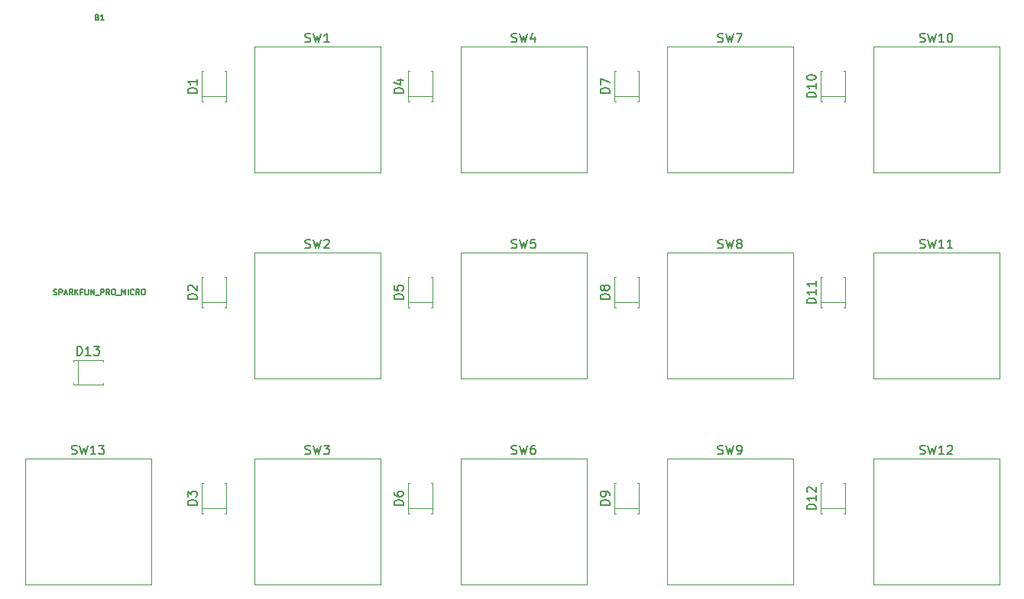
<source format=gbr>
G04 #@! TF.FileFunction,Legend,Top*
%FSLAX46Y46*%
G04 Gerber Fmt 4.6, Leading zero omitted, Abs format (unit mm)*
G04 Created by KiCad (PCBNEW 4.0.5+dfsg1-4) date Fri Jun 28 09:21:59 2019*
%MOMM*%
%LPD*%
G01*
G04 APERTURE LIST*
%ADD10C,0.100000*%
%ADD11C,0.120000*%
%ADD12C,0.150000*%
%ADD13C,0.127000*%
G04 APERTURE END LIST*
D10*
D11*
X53430000Y-46110000D02*
X53250000Y-46110000D01*
X53250000Y-46110000D02*
X53250000Y-42790000D01*
X53250000Y-42790000D02*
X53430000Y-42790000D01*
X55790000Y-46110000D02*
X55970000Y-46110000D01*
X55970000Y-46110000D02*
X55970000Y-42790000D01*
X55970000Y-42790000D02*
X55790000Y-42790000D01*
X53250000Y-45570000D02*
X55970000Y-45570000D01*
X53430000Y-68970000D02*
X53250000Y-68970000D01*
X53250000Y-68970000D02*
X53250000Y-65650000D01*
X53250000Y-65650000D02*
X53430000Y-65650000D01*
X55790000Y-68970000D02*
X55970000Y-68970000D01*
X55970000Y-68970000D02*
X55970000Y-65650000D01*
X55970000Y-65650000D02*
X55790000Y-65650000D01*
X53250000Y-68430000D02*
X55970000Y-68430000D01*
X53430000Y-91830000D02*
X53250000Y-91830000D01*
X53250000Y-91830000D02*
X53250000Y-88510000D01*
X53250000Y-88510000D02*
X53430000Y-88510000D01*
X55790000Y-91830000D02*
X55970000Y-91830000D01*
X55970000Y-91830000D02*
X55970000Y-88510000D01*
X55970000Y-88510000D02*
X55790000Y-88510000D01*
X53250000Y-91290000D02*
X55970000Y-91290000D01*
X76290000Y-46110000D02*
X76110000Y-46110000D01*
X76110000Y-46110000D02*
X76110000Y-42790000D01*
X76110000Y-42790000D02*
X76290000Y-42790000D01*
X78650000Y-46110000D02*
X78830000Y-46110000D01*
X78830000Y-46110000D02*
X78830000Y-42790000D01*
X78830000Y-42790000D02*
X78650000Y-42790000D01*
X76110000Y-45570000D02*
X78830000Y-45570000D01*
X76290000Y-68970000D02*
X76110000Y-68970000D01*
X76110000Y-68970000D02*
X76110000Y-65650000D01*
X76110000Y-65650000D02*
X76290000Y-65650000D01*
X78650000Y-68970000D02*
X78830000Y-68970000D01*
X78830000Y-68970000D02*
X78830000Y-65650000D01*
X78830000Y-65650000D02*
X78650000Y-65650000D01*
X76110000Y-68430000D02*
X78830000Y-68430000D01*
X76290000Y-91830000D02*
X76110000Y-91830000D01*
X76110000Y-91830000D02*
X76110000Y-88510000D01*
X76110000Y-88510000D02*
X76290000Y-88510000D01*
X78650000Y-91830000D02*
X78830000Y-91830000D01*
X78830000Y-91830000D02*
X78830000Y-88510000D01*
X78830000Y-88510000D02*
X78650000Y-88510000D01*
X76110000Y-91290000D02*
X78830000Y-91290000D01*
X99150000Y-46110000D02*
X98970000Y-46110000D01*
X98970000Y-46110000D02*
X98970000Y-42790000D01*
X98970000Y-42790000D02*
X99150000Y-42790000D01*
X101510000Y-46110000D02*
X101690000Y-46110000D01*
X101690000Y-46110000D02*
X101690000Y-42790000D01*
X101690000Y-42790000D02*
X101510000Y-42790000D01*
X98970000Y-45570000D02*
X101690000Y-45570000D01*
X99150000Y-68970000D02*
X98970000Y-68970000D01*
X98970000Y-68970000D02*
X98970000Y-65650000D01*
X98970000Y-65650000D02*
X99150000Y-65650000D01*
X101510000Y-68970000D02*
X101690000Y-68970000D01*
X101690000Y-68970000D02*
X101690000Y-65650000D01*
X101690000Y-65650000D02*
X101510000Y-65650000D01*
X98970000Y-68430000D02*
X101690000Y-68430000D01*
X99150000Y-91830000D02*
X98970000Y-91830000D01*
X98970000Y-91830000D02*
X98970000Y-88510000D01*
X98970000Y-88510000D02*
X99150000Y-88510000D01*
X101510000Y-91830000D02*
X101690000Y-91830000D01*
X101690000Y-91830000D02*
X101690000Y-88510000D01*
X101690000Y-88510000D02*
X101510000Y-88510000D01*
X98970000Y-91290000D02*
X101690000Y-91290000D01*
X122010000Y-46110000D02*
X121830000Y-46110000D01*
X121830000Y-46110000D02*
X121830000Y-42790000D01*
X121830000Y-42790000D02*
X122010000Y-42790000D01*
X124370000Y-46110000D02*
X124550000Y-46110000D01*
X124550000Y-46110000D02*
X124550000Y-42790000D01*
X124550000Y-42790000D02*
X124370000Y-42790000D01*
X121830000Y-45570000D02*
X124550000Y-45570000D01*
X122010000Y-68970000D02*
X121830000Y-68970000D01*
X121830000Y-68970000D02*
X121830000Y-65650000D01*
X121830000Y-65650000D02*
X122010000Y-65650000D01*
X124370000Y-68970000D02*
X124550000Y-68970000D01*
X124550000Y-68970000D02*
X124550000Y-65650000D01*
X124550000Y-65650000D02*
X124370000Y-65650000D01*
X121830000Y-68430000D02*
X124550000Y-68430000D01*
X122010000Y-91830000D02*
X121830000Y-91830000D01*
X121830000Y-91830000D02*
X121830000Y-88510000D01*
X121830000Y-88510000D02*
X122010000Y-88510000D01*
X124370000Y-91830000D02*
X124550000Y-91830000D01*
X124550000Y-91830000D02*
X124550000Y-88510000D01*
X124550000Y-88510000D02*
X124370000Y-88510000D01*
X121830000Y-91290000D02*
X124550000Y-91290000D01*
X38980000Y-75020000D02*
X38980000Y-74840000D01*
X38980000Y-74840000D02*
X42300000Y-74840000D01*
X42300000Y-74840000D02*
X42300000Y-75020000D01*
X38980000Y-77380000D02*
X38980000Y-77560000D01*
X38980000Y-77560000D02*
X42300000Y-77560000D01*
X42300000Y-77560000D02*
X42300000Y-77380000D01*
X39520000Y-74840000D02*
X39520000Y-77560000D01*
X59055000Y-40005000D02*
X73025000Y-40005000D01*
X73025000Y-40005000D02*
X73025000Y-53975000D01*
X73025000Y-53975000D02*
X59055000Y-53975000D01*
X59055000Y-53975000D02*
X59055000Y-40005000D01*
X59055000Y-62865000D02*
X73025000Y-62865000D01*
X73025000Y-62865000D02*
X73025000Y-76835000D01*
X73025000Y-76835000D02*
X59055000Y-76835000D01*
X59055000Y-76835000D02*
X59055000Y-62865000D01*
X59055000Y-85725000D02*
X73025000Y-85725000D01*
X73025000Y-85725000D02*
X73025000Y-99695000D01*
X73025000Y-99695000D02*
X59055000Y-99695000D01*
X59055000Y-99695000D02*
X59055000Y-85725000D01*
X81915000Y-40005000D02*
X95885000Y-40005000D01*
X95885000Y-40005000D02*
X95885000Y-53975000D01*
X95885000Y-53975000D02*
X81915000Y-53975000D01*
X81915000Y-53975000D02*
X81915000Y-40005000D01*
X81915000Y-62865000D02*
X95885000Y-62865000D01*
X95885000Y-62865000D02*
X95885000Y-76835000D01*
X95885000Y-76835000D02*
X81915000Y-76835000D01*
X81915000Y-76835000D02*
X81915000Y-62865000D01*
X81915000Y-85725000D02*
X95885000Y-85725000D01*
X95885000Y-85725000D02*
X95885000Y-99695000D01*
X95885000Y-99695000D02*
X81915000Y-99695000D01*
X81915000Y-99695000D02*
X81915000Y-85725000D01*
X104775000Y-40005000D02*
X118745000Y-40005000D01*
X118745000Y-40005000D02*
X118745000Y-53975000D01*
X118745000Y-53975000D02*
X104775000Y-53975000D01*
X104775000Y-53975000D02*
X104775000Y-40005000D01*
X104775000Y-62865000D02*
X118745000Y-62865000D01*
X118745000Y-62865000D02*
X118745000Y-76835000D01*
X118745000Y-76835000D02*
X104775000Y-76835000D01*
X104775000Y-76835000D02*
X104775000Y-62865000D01*
X104775000Y-85725000D02*
X118745000Y-85725000D01*
X118745000Y-85725000D02*
X118745000Y-99695000D01*
X118745000Y-99695000D02*
X104775000Y-99695000D01*
X104775000Y-99695000D02*
X104775000Y-85725000D01*
X127635000Y-40005000D02*
X141605000Y-40005000D01*
X141605000Y-40005000D02*
X141605000Y-53975000D01*
X141605000Y-53975000D02*
X127635000Y-53975000D01*
X127635000Y-53975000D02*
X127635000Y-40005000D01*
X127635000Y-62865000D02*
X141605000Y-62865000D01*
X141605000Y-62865000D02*
X141605000Y-76835000D01*
X141605000Y-76835000D02*
X127635000Y-76835000D01*
X127635000Y-76835000D02*
X127635000Y-62865000D01*
X127635000Y-85725000D02*
X141605000Y-85725000D01*
X141605000Y-85725000D02*
X141605000Y-99695000D01*
X141605000Y-99695000D02*
X127635000Y-99695000D01*
X127635000Y-99695000D02*
X127635000Y-85725000D01*
X33655000Y-85725000D02*
X47625000Y-85725000D01*
X47625000Y-85725000D02*
X47625000Y-99695000D01*
X47625000Y-99695000D02*
X33655000Y-99695000D01*
X33655000Y-99695000D02*
X33655000Y-85725000D01*
D12*
X52702381Y-45188095D02*
X51702381Y-45188095D01*
X51702381Y-44950000D01*
X51750000Y-44807142D01*
X51845238Y-44711904D01*
X51940476Y-44664285D01*
X52130952Y-44616666D01*
X52273810Y-44616666D01*
X52464286Y-44664285D01*
X52559524Y-44711904D01*
X52654762Y-44807142D01*
X52702381Y-44950000D01*
X52702381Y-45188095D01*
X52702381Y-43664285D02*
X52702381Y-44235714D01*
X52702381Y-43950000D02*
X51702381Y-43950000D01*
X51845238Y-44045238D01*
X51940476Y-44140476D01*
X51988095Y-44235714D01*
X52702381Y-68048095D02*
X51702381Y-68048095D01*
X51702381Y-67810000D01*
X51750000Y-67667142D01*
X51845238Y-67571904D01*
X51940476Y-67524285D01*
X52130952Y-67476666D01*
X52273810Y-67476666D01*
X52464286Y-67524285D01*
X52559524Y-67571904D01*
X52654762Y-67667142D01*
X52702381Y-67810000D01*
X52702381Y-68048095D01*
X51797619Y-67095714D02*
X51750000Y-67048095D01*
X51702381Y-66952857D01*
X51702381Y-66714761D01*
X51750000Y-66619523D01*
X51797619Y-66571904D01*
X51892857Y-66524285D01*
X51988095Y-66524285D01*
X52130952Y-66571904D01*
X52702381Y-67143333D01*
X52702381Y-66524285D01*
X52702381Y-90908095D02*
X51702381Y-90908095D01*
X51702381Y-90670000D01*
X51750000Y-90527142D01*
X51845238Y-90431904D01*
X51940476Y-90384285D01*
X52130952Y-90336666D01*
X52273810Y-90336666D01*
X52464286Y-90384285D01*
X52559524Y-90431904D01*
X52654762Y-90527142D01*
X52702381Y-90670000D01*
X52702381Y-90908095D01*
X51702381Y-90003333D02*
X51702381Y-89384285D01*
X52083333Y-89717619D01*
X52083333Y-89574761D01*
X52130952Y-89479523D01*
X52178571Y-89431904D01*
X52273810Y-89384285D01*
X52511905Y-89384285D01*
X52607143Y-89431904D01*
X52654762Y-89479523D01*
X52702381Y-89574761D01*
X52702381Y-89860476D01*
X52654762Y-89955714D01*
X52607143Y-90003333D01*
X75562381Y-45188095D02*
X74562381Y-45188095D01*
X74562381Y-44950000D01*
X74610000Y-44807142D01*
X74705238Y-44711904D01*
X74800476Y-44664285D01*
X74990952Y-44616666D01*
X75133810Y-44616666D01*
X75324286Y-44664285D01*
X75419524Y-44711904D01*
X75514762Y-44807142D01*
X75562381Y-44950000D01*
X75562381Y-45188095D01*
X74895714Y-43759523D02*
X75562381Y-43759523D01*
X74514762Y-43997619D02*
X75229048Y-44235714D01*
X75229048Y-43616666D01*
X75562381Y-68048095D02*
X74562381Y-68048095D01*
X74562381Y-67810000D01*
X74610000Y-67667142D01*
X74705238Y-67571904D01*
X74800476Y-67524285D01*
X74990952Y-67476666D01*
X75133810Y-67476666D01*
X75324286Y-67524285D01*
X75419524Y-67571904D01*
X75514762Y-67667142D01*
X75562381Y-67810000D01*
X75562381Y-68048095D01*
X74562381Y-66571904D02*
X74562381Y-67048095D01*
X75038571Y-67095714D01*
X74990952Y-67048095D01*
X74943333Y-66952857D01*
X74943333Y-66714761D01*
X74990952Y-66619523D01*
X75038571Y-66571904D01*
X75133810Y-66524285D01*
X75371905Y-66524285D01*
X75467143Y-66571904D01*
X75514762Y-66619523D01*
X75562381Y-66714761D01*
X75562381Y-66952857D01*
X75514762Y-67048095D01*
X75467143Y-67095714D01*
X75562381Y-90908095D02*
X74562381Y-90908095D01*
X74562381Y-90670000D01*
X74610000Y-90527142D01*
X74705238Y-90431904D01*
X74800476Y-90384285D01*
X74990952Y-90336666D01*
X75133810Y-90336666D01*
X75324286Y-90384285D01*
X75419524Y-90431904D01*
X75514762Y-90527142D01*
X75562381Y-90670000D01*
X75562381Y-90908095D01*
X74562381Y-89479523D02*
X74562381Y-89670000D01*
X74610000Y-89765238D01*
X74657619Y-89812857D01*
X74800476Y-89908095D01*
X74990952Y-89955714D01*
X75371905Y-89955714D01*
X75467143Y-89908095D01*
X75514762Y-89860476D01*
X75562381Y-89765238D01*
X75562381Y-89574761D01*
X75514762Y-89479523D01*
X75467143Y-89431904D01*
X75371905Y-89384285D01*
X75133810Y-89384285D01*
X75038571Y-89431904D01*
X74990952Y-89479523D01*
X74943333Y-89574761D01*
X74943333Y-89765238D01*
X74990952Y-89860476D01*
X75038571Y-89908095D01*
X75133810Y-89955714D01*
X98422381Y-45188095D02*
X97422381Y-45188095D01*
X97422381Y-44950000D01*
X97470000Y-44807142D01*
X97565238Y-44711904D01*
X97660476Y-44664285D01*
X97850952Y-44616666D01*
X97993810Y-44616666D01*
X98184286Y-44664285D01*
X98279524Y-44711904D01*
X98374762Y-44807142D01*
X98422381Y-44950000D01*
X98422381Y-45188095D01*
X97422381Y-44283333D02*
X97422381Y-43616666D01*
X98422381Y-44045238D01*
X98422381Y-68048095D02*
X97422381Y-68048095D01*
X97422381Y-67810000D01*
X97470000Y-67667142D01*
X97565238Y-67571904D01*
X97660476Y-67524285D01*
X97850952Y-67476666D01*
X97993810Y-67476666D01*
X98184286Y-67524285D01*
X98279524Y-67571904D01*
X98374762Y-67667142D01*
X98422381Y-67810000D01*
X98422381Y-68048095D01*
X97850952Y-66905238D02*
X97803333Y-67000476D01*
X97755714Y-67048095D01*
X97660476Y-67095714D01*
X97612857Y-67095714D01*
X97517619Y-67048095D01*
X97470000Y-67000476D01*
X97422381Y-66905238D01*
X97422381Y-66714761D01*
X97470000Y-66619523D01*
X97517619Y-66571904D01*
X97612857Y-66524285D01*
X97660476Y-66524285D01*
X97755714Y-66571904D01*
X97803333Y-66619523D01*
X97850952Y-66714761D01*
X97850952Y-66905238D01*
X97898571Y-67000476D01*
X97946190Y-67048095D01*
X98041429Y-67095714D01*
X98231905Y-67095714D01*
X98327143Y-67048095D01*
X98374762Y-67000476D01*
X98422381Y-66905238D01*
X98422381Y-66714761D01*
X98374762Y-66619523D01*
X98327143Y-66571904D01*
X98231905Y-66524285D01*
X98041429Y-66524285D01*
X97946190Y-66571904D01*
X97898571Y-66619523D01*
X97850952Y-66714761D01*
X98422381Y-90908095D02*
X97422381Y-90908095D01*
X97422381Y-90670000D01*
X97470000Y-90527142D01*
X97565238Y-90431904D01*
X97660476Y-90384285D01*
X97850952Y-90336666D01*
X97993810Y-90336666D01*
X98184286Y-90384285D01*
X98279524Y-90431904D01*
X98374762Y-90527142D01*
X98422381Y-90670000D01*
X98422381Y-90908095D01*
X98422381Y-89860476D02*
X98422381Y-89670000D01*
X98374762Y-89574761D01*
X98327143Y-89527142D01*
X98184286Y-89431904D01*
X97993810Y-89384285D01*
X97612857Y-89384285D01*
X97517619Y-89431904D01*
X97470000Y-89479523D01*
X97422381Y-89574761D01*
X97422381Y-89765238D01*
X97470000Y-89860476D01*
X97517619Y-89908095D01*
X97612857Y-89955714D01*
X97850952Y-89955714D01*
X97946190Y-89908095D01*
X97993810Y-89860476D01*
X98041429Y-89765238D01*
X98041429Y-89574761D01*
X97993810Y-89479523D01*
X97946190Y-89431904D01*
X97850952Y-89384285D01*
X121282381Y-45664286D02*
X120282381Y-45664286D01*
X120282381Y-45426191D01*
X120330000Y-45283333D01*
X120425238Y-45188095D01*
X120520476Y-45140476D01*
X120710952Y-45092857D01*
X120853810Y-45092857D01*
X121044286Y-45140476D01*
X121139524Y-45188095D01*
X121234762Y-45283333D01*
X121282381Y-45426191D01*
X121282381Y-45664286D01*
X121282381Y-44140476D02*
X121282381Y-44711905D01*
X121282381Y-44426191D02*
X120282381Y-44426191D01*
X120425238Y-44521429D01*
X120520476Y-44616667D01*
X120568095Y-44711905D01*
X120282381Y-43521429D02*
X120282381Y-43426190D01*
X120330000Y-43330952D01*
X120377619Y-43283333D01*
X120472857Y-43235714D01*
X120663333Y-43188095D01*
X120901429Y-43188095D01*
X121091905Y-43235714D01*
X121187143Y-43283333D01*
X121234762Y-43330952D01*
X121282381Y-43426190D01*
X121282381Y-43521429D01*
X121234762Y-43616667D01*
X121187143Y-43664286D01*
X121091905Y-43711905D01*
X120901429Y-43759524D01*
X120663333Y-43759524D01*
X120472857Y-43711905D01*
X120377619Y-43664286D01*
X120330000Y-43616667D01*
X120282381Y-43521429D01*
X121282381Y-68524286D02*
X120282381Y-68524286D01*
X120282381Y-68286191D01*
X120330000Y-68143333D01*
X120425238Y-68048095D01*
X120520476Y-68000476D01*
X120710952Y-67952857D01*
X120853810Y-67952857D01*
X121044286Y-68000476D01*
X121139524Y-68048095D01*
X121234762Y-68143333D01*
X121282381Y-68286191D01*
X121282381Y-68524286D01*
X121282381Y-67000476D02*
X121282381Y-67571905D01*
X121282381Y-67286191D02*
X120282381Y-67286191D01*
X120425238Y-67381429D01*
X120520476Y-67476667D01*
X120568095Y-67571905D01*
X121282381Y-66048095D02*
X121282381Y-66619524D01*
X121282381Y-66333810D02*
X120282381Y-66333810D01*
X120425238Y-66429048D01*
X120520476Y-66524286D01*
X120568095Y-66619524D01*
X121282381Y-91384286D02*
X120282381Y-91384286D01*
X120282381Y-91146191D01*
X120330000Y-91003333D01*
X120425238Y-90908095D01*
X120520476Y-90860476D01*
X120710952Y-90812857D01*
X120853810Y-90812857D01*
X121044286Y-90860476D01*
X121139524Y-90908095D01*
X121234762Y-91003333D01*
X121282381Y-91146191D01*
X121282381Y-91384286D01*
X121282381Y-89860476D02*
X121282381Y-90431905D01*
X121282381Y-90146191D02*
X120282381Y-90146191D01*
X120425238Y-90241429D01*
X120520476Y-90336667D01*
X120568095Y-90431905D01*
X120377619Y-89479524D02*
X120330000Y-89431905D01*
X120282381Y-89336667D01*
X120282381Y-89098571D01*
X120330000Y-89003333D01*
X120377619Y-88955714D01*
X120472857Y-88908095D01*
X120568095Y-88908095D01*
X120710952Y-88955714D01*
X121282381Y-89527143D01*
X121282381Y-88908095D01*
X39425714Y-74292381D02*
X39425714Y-73292381D01*
X39663809Y-73292381D01*
X39806667Y-73340000D01*
X39901905Y-73435238D01*
X39949524Y-73530476D01*
X39997143Y-73720952D01*
X39997143Y-73863810D01*
X39949524Y-74054286D01*
X39901905Y-74149524D01*
X39806667Y-74244762D01*
X39663809Y-74292381D01*
X39425714Y-74292381D01*
X40949524Y-74292381D02*
X40378095Y-74292381D01*
X40663809Y-74292381D02*
X40663809Y-73292381D01*
X40568571Y-73435238D01*
X40473333Y-73530476D01*
X40378095Y-73578095D01*
X41282857Y-73292381D02*
X41901905Y-73292381D01*
X41568571Y-73673333D01*
X41711429Y-73673333D01*
X41806667Y-73720952D01*
X41854286Y-73768571D01*
X41901905Y-73863810D01*
X41901905Y-74101905D01*
X41854286Y-74197143D01*
X41806667Y-74244762D01*
X41711429Y-74292381D01*
X41425714Y-74292381D01*
X41330476Y-74244762D01*
X41282857Y-74197143D01*
X64706667Y-39520762D02*
X64849524Y-39568381D01*
X65087620Y-39568381D01*
X65182858Y-39520762D01*
X65230477Y-39473143D01*
X65278096Y-39377905D01*
X65278096Y-39282667D01*
X65230477Y-39187429D01*
X65182858Y-39139810D01*
X65087620Y-39092190D01*
X64897143Y-39044571D01*
X64801905Y-38996952D01*
X64754286Y-38949333D01*
X64706667Y-38854095D01*
X64706667Y-38758857D01*
X64754286Y-38663619D01*
X64801905Y-38616000D01*
X64897143Y-38568381D01*
X65135239Y-38568381D01*
X65278096Y-38616000D01*
X65611429Y-38568381D02*
X65849524Y-39568381D01*
X66040001Y-38854095D01*
X66230477Y-39568381D01*
X66468572Y-38568381D01*
X67373334Y-39568381D02*
X66801905Y-39568381D01*
X67087619Y-39568381D02*
X67087619Y-38568381D01*
X66992381Y-38711238D01*
X66897143Y-38806476D01*
X66801905Y-38854095D01*
X64706667Y-62380762D02*
X64849524Y-62428381D01*
X65087620Y-62428381D01*
X65182858Y-62380762D01*
X65230477Y-62333143D01*
X65278096Y-62237905D01*
X65278096Y-62142667D01*
X65230477Y-62047429D01*
X65182858Y-61999810D01*
X65087620Y-61952190D01*
X64897143Y-61904571D01*
X64801905Y-61856952D01*
X64754286Y-61809333D01*
X64706667Y-61714095D01*
X64706667Y-61618857D01*
X64754286Y-61523619D01*
X64801905Y-61476000D01*
X64897143Y-61428381D01*
X65135239Y-61428381D01*
X65278096Y-61476000D01*
X65611429Y-61428381D02*
X65849524Y-62428381D01*
X66040001Y-61714095D01*
X66230477Y-62428381D01*
X66468572Y-61428381D01*
X66801905Y-61523619D02*
X66849524Y-61476000D01*
X66944762Y-61428381D01*
X67182858Y-61428381D01*
X67278096Y-61476000D01*
X67325715Y-61523619D01*
X67373334Y-61618857D01*
X67373334Y-61714095D01*
X67325715Y-61856952D01*
X66754286Y-62428381D01*
X67373334Y-62428381D01*
X64706667Y-85240762D02*
X64849524Y-85288381D01*
X65087620Y-85288381D01*
X65182858Y-85240762D01*
X65230477Y-85193143D01*
X65278096Y-85097905D01*
X65278096Y-85002667D01*
X65230477Y-84907429D01*
X65182858Y-84859810D01*
X65087620Y-84812190D01*
X64897143Y-84764571D01*
X64801905Y-84716952D01*
X64754286Y-84669333D01*
X64706667Y-84574095D01*
X64706667Y-84478857D01*
X64754286Y-84383619D01*
X64801905Y-84336000D01*
X64897143Y-84288381D01*
X65135239Y-84288381D01*
X65278096Y-84336000D01*
X65611429Y-84288381D02*
X65849524Y-85288381D01*
X66040001Y-84574095D01*
X66230477Y-85288381D01*
X66468572Y-84288381D01*
X66754286Y-84288381D02*
X67373334Y-84288381D01*
X67040000Y-84669333D01*
X67182858Y-84669333D01*
X67278096Y-84716952D01*
X67325715Y-84764571D01*
X67373334Y-84859810D01*
X67373334Y-85097905D01*
X67325715Y-85193143D01*
X67278096Y-85240762D01*
X67182858Y-85288381D01*
X66897143Y-85288381D01*
X66801905Y-85240762D01*
X66754286Y-85193143D01*
X87566667Y-39520762D02*
X87709524Y-39568381D01*
X87947620Y-39568381D01*
X88042858Y-39520762D01*
X88090477Y-39473143D01*
X88138096Y-39377905D01*
X88138096Y-39282667D01*
X88090477Y-39187429D01*
X88042858Y-39139810D01*
X87947620Y-39092190D01*
X87757143Y-39044571D01*
X87661905Y-38996952D01*
X87614286Y-38949333D01*
X87566667Y-38854095D01*
X87566667Y-38758857D01*
X87614286Y-38663619D01*
X87661905Y-38616000D01*
X87757143Y-38568381D01*
X87995239Y-38568381D01*
X88138096Y-38616000D01*
X88471429Y-38568381D02*
X88709524Y-39568381D01*
X88900001Y-38854095D01*
X89090477Y-39568381D01*
X89328572Y-38568381D01*
X90138096Y-38901714D02*
X90138096Y-39568381D01*
X89900000Y-38520762D02*
X89661905Y-39235048D01*
X90280953Y-39235048D01*
X87566667Y-62380762D02*
X87709524Y-62428381D01*
X87947620Y-62428381D01*
X88042858Y-62380762D01*
X88090477Y-62333143D01*
X88138096Y-62237905D01*
X88138096Y-62142667D01*
X88090477Y-62047429D01*
X88042858Y-61999810D01*
X87947620Y-61952190D01*
X87757143Y-61904571D01*
X87661905Y-61856952D01*
X87614286Y-61809333D01*
X87566667Y-61714095D01*
X87566667Y-61618857D01*
X87614286Y-61523619D01*
X87661905Y-61476000D01*
X87757143Y-61428381D01*
X87995239Y-61428381D01*
X88138096Y-61476000D01*
X88471429Y-61428381D02*
X88709524Y-62428381D01*
X88900001Y-61714095D01*
X89090477Y-62428381D01*
X89328572Y-61428381D01*
X90185715Y-61428381D02*
X89709524Y-61428381D01*
X89661905Y-61904571D01*
X89709524Y-61856952D01*
X89804762Y-61809333D01*
X90042858Y-61809333D01*
X90138096Y-61856952D01*
X90185715Y-61904571D01*
X90233334Y-61999810D01*
X90233334Y-62237905D01*
X90185715Y-62333143D01*
X90138096Y-62380762D01*
X90042858Y-62428381D01*
X89804762Y-62428381D01*
X89709524Y-62380762D01*
X89661905Y-62333143D01*
X87566667Y-85240762D02*
X87709524Y-85288381D01*
X87947620Y-85288381D01*
X88042858Y-85240762D01*
X88090477Y-85193143D01*
X88138096Y-85097905D01*
X88138096Y-85002667D01*
X88090477Y-84907429D01*
X88042858Y-84859810D01*
X87947620Y-84812190D01*
X87757143Y-84764571D01*
X87661905Y-84716952D01*
X87614286Y-84669333D01*
X87566667Y-84574095D01*
X87566667Y-84478857D01*
X87614286Y-84383619D01*
X87661905Y-84336000D01*
X87757143Y-84288381D01*
X87995239Y-84288381D01*
X88138096Y-84336000D01*
X88471429Y-84288381D02*
X88709524Y-85288381D01*
X88900001Y-84574095D01*
X89090477Y-85288381D01*
X89328572Y-84288381D01*
X90138096Y-84288381D02*
X89947619Y-84288381D01*
X89852381Y-84336000D01*
X89804762Y-84383619D01*
X89709524Y-84526476D01*
X89661905Y-84716952D01*
X89661905Y-85097905D01*
X89709524Y-85193143D01*
X89757143Y-85240762D01*
X89852381Y-85288381D01*
X90042858Y-85288381D01*
X90138096Y-85240762D01*
X90185715Y-85193143D01*
X90233334Y-85097905D01*
X90233334Y-84859810D01*
X90185715Y-84764571D01*
X90138096Y-84716952D01*
X90042858Y-84669333D01*
X89852381Y-84669333D01*
X89757143Y-84716952D01*
X89709524Y-84764571D01*
X89661905Y-84859810D01*
X110426667Y-39520762D02*
X110569524Y-39568381D01*
X110807620Y-39568381D01*
X110902858Y-39520762D01*
X110950477Y-39473143D01*
X110998096Y-39377905D01*
X110998096Y-39282667D01*
X110950477Y-39187429D01*
X110902858Y-39139810D01*
X110807620Y-39092190D01*
X110617143Y-39044571D01*
X110521905Y-38996952D01*
X110474286Y-38949333D01*
X110426667Y-38854095D01*
X110426667Y-38758857D01*
X110474286Y-38663619D01*
X110521905Y-38616000D01*
X110617143Y-38568381D01*
X110855239Y-38568381D01*
X110998096Y-38616000D01*
X111331429Y-38568381D02*
X111569524Y-39568381D01*
X111760001Y-38854095D01*
X111950477Y-39568381D01*
X112188572Y-38568381D01*
X112474286Y-38568381D02*
X113140953Y-38568381D01*
X112712381Y-39568381D01*
X110426667Y-62380762D02*
X110569524Y-62428381D01*
X110807620Y-62428381D01*
X110902858Y-62380762D01*
X110950477Y-62333143D01*
X110998096Y-62237905D01*
X110998096Y-62142667D01*
X110950477Y-62047429D01*
X110902858Y-61999810D01*
X110807620Y-61952190D01*
X110617143Y-61904571D01*
X110521905Y-61856952D01*
X110474286Y-61809333D01*
X110426667Y-61714095D01*
X110426667Y-61618857D01*
X110474286Y-61523619D01*
X110521905Y-61476000D01*
X110617143Y-61428381D01*
X110855239Y-61428381D01*
X110998096Y-61476000D01*
X111331429Y-61428381D02*
X111569524Y-62428381D01*
X111760001Y-61714095D01*
X111950477Y-62428381D01*
X112188572Y-61428381D01*
X112712381Y-61856952D02*
X112617143Y-61809333D01*
X112569524Y-61761714D01*
X112521905Y-61666476D01*
X112521905Y-61618857D01*
X112569524Y-61523619D01*
X112617143Y-61476000D01*
X112712381Y-61428381D01*
X112902858Y-61428381D01*
X112998096Y-61476000D01*
X113045715Y-61523619D01*
X113093334Y-61618857D01*
X113093334Y-61666476D01*
X113045715Y-61761714D01*
X112998096Y-61809333D01*
X112902858Y-61856952D01*
X112712381Y-61856952D01*
X112617143Y-61904571D01*
X112569524Y-61952190D01*
X112521905Y-62047429D01*
X112521905Y-62237905D01*
X112569524Y-62333143D01*
X112617143Y-62380762D01*
X112712381Y-62428381D01*
X112902858Y-62428381D01*
X112998096Y-62380762D01*
X113045715Y-62333143D01*
X113093334Y-62237905D01*
X113093334Y-62047429D01*
X113045715Y-61952190D01*
X112998096Y-61904571D01*
X112902858Y-61856952D01*
X110426667Y-85240762D02*
X110569524Y-85288381D01*
X110807620Y-85288381D01*
X110902858Y-85240762D01*
X110950477Y-85193143D01*
X110998096Y-85097905D01*
X110998096Y-85002667D01*
X110950477Y-84907429D01*
X110902858Y-84859810D01*
X110807620Y-84812190D01*
X110617143Y-84764571D01*
X110521905Y-84716952D01*
X110474286Y-84669333D01*
X110426667Y-84574095D01*
X110426667Y-84478857D01*
X110474286Y-84383619D01*
X110521905Y-84336000D01*
X110617143Y-84288381D01*
X110855239Y-84288381D01*
X110998096Y-84336000D01*
X111331429Y-84288381D02*
X111569524Y-85288381D01*
X111760001Y-84574095D01*
X111950477Y-85288381D01*
X112188572Y-84288381D01*
X112617143Y-85288381D02*
X112807619Y-85288381D01*
X112902858Y-85240762D01*
X112950477Y-85193143D01*
X113045715Y-85050286D01*
X113093334Y-84859810D01*
X113093334Y-84478857D01*
X113045715Y-84383619D01*
X112998096Y-84336000D01*
X112902858Y-84288381D01*
X112712381Y-84288381D01*
X112617143Y-84336000D01*
X112569524Y-84383619D01*
X112521905Y-84478857D01*
X112521905Y-84716952D01*
X112569524Y-84812190D01*
X112617143Y-84859810D01*
X112712381Y-84907429D01*
X112902858Y-84907429D01*
X112998096Y-84859810D01*
X113045715Y-84812190D01*
X113093334Y-84716952D01*
X132810476Y-39520762D02*
X132953333Y-39568381D01*
X133191429Y-39568381D01*
X133286667Y-39520762D01*
X133334286Y-39473143D01*
X133381905Y-39377905D01*
X133381905Y-39282667D01*
X133334286Y-39187429D01*
X133286667Y-39139810D01*
X133191429Y-39092190D01*
X133000952Y-39044571D01*
X132905714Y-38996952D01*
X132858095Y-38949333D01*
X132810476Y-38854095D01*
X132810476Y-38758857D01*
X132858095Y-38663619D01*
X132905714Y-38616000D01*
X133000952Y-38568381D01*
X133239048Y-38568381D01*
X133381905Y-38616000D01*
X133715238Y-38568381D02*
X133953333Y-39568381D01*
X134143810Y-38854095D01*
X134334286Y-39568381D01*
X134572381Y-38568381D01*
X135477143Y-39568381D02*
X134905714Y-39568381D01*
X135191428Y-39568381D02*
X135191428Y-38568381D01*
X135096190Y-38711238D01*
X135000952Y-38806476D01*
X134905714Y-38854095D01*
X136096190Y-38568381D02*
X136191429Y-38568381D01*
X136286667Y-38616000D01*
X136334286Y-38663619D01*
X136381905Y-38758857D01*
X136429524Y-38949333D01*
X136429524Y-39187429D01*
X136381905Y-39377905D01*
X136334286Y-39473143D01*
X136286667Y-39520762D01*
X136191429Y-39568381D01*
X136096190Y-39568381D01*
X136000952Y-39520762D01*
X135953333Y-39473143D01*
X135905714Y-39377905D01*
X135858095Y-39187429D01*
X135858095Y-38949333D01*
X135905714Y-38758857D01*
X135953333Y-38663619D01*
X136000952Y-38616000D01*
X136096190Y-38568381D01*
X132810476Y-62380762D02*
X132953333Y-62428381D01*
X133191429Y-62428381D01*
X133286667Y-62380762D01*
X133334286Y-62333143D01*
X133381905Y-62237905D01*
X133381905Y-62142667D01*
X133334286Y-62047429D01*
X133286667Y-61999810D01*
X133191429Y-61952190D01*
X133000952Y-61904571D01*
X132905714Y-61856952D01*
X132858095Y-61809333D01*
X132810476Y-61714095D01*
X132810476Y-61618857D01*
X132858095Y-61523619D01*
X132905714Y-61476000D01*
X133000952Y-61428381D01*
X133239048Y-61428381D01*
X133381905Y-61476000D01*
X133715238Y-61428381D02*
X133953333Y-62428381D01*
X134143810Y-61714095D01*
X134334286Y-62428381D01*
X134572381Y-61428381D01*
X135477143Y-62428381D02*
X134905714Y-62428381D01*
X135191428Y-62428381D02*
X135191428Y-61428381D01*
X135096190Y-61571238D01*
X135000952Y-61666476D01*
X134905714Y-61714095D01*
X136429524Y-62428381D02*
X135858095Y-62428381D01*
X136143809Y-62428381D02*
X136143809Y-61428381D01*
X136048571Y-61571238D01*
X135953333Y-61666476D01*
X135858095Y-61714095D01*
X132810476Y-85240762D02*
X132953333Y-85288381D01*
X133191429Y-85288381D01*
X133286667Y-85240762D01*
X133334286Y-85193143D01*
X133381905Y-85097905D01*
X133381905Y-85002667D01*
X133334286Y-84907429D01*
X133286667Y-84859810D01*
X133191429Y-84812190D01*
X133000952Y-84764571D01*
X132905714Y-84716952D01*
X132858095Y-84669333D01*
X132810476Y-84574095D01*
X132810476Y-84478857D01*
X132858095Y-84383619D01*
X132905714Y-84336000D01*
X133000952Y-84288381D01*
X133239048Y-84288381D01*
X133381905Y-84336000D01*
X133715238Y-84288381D02*
X133953333Y-85288381D01*
X134143810Y-84574095D01*
X134334286Y-85288381D01*
X134572381Y-84288381D01*
X135477143Y-85288381D02*
X134905714Y-85288381D01*
X135191428Y-85288381D02*
X135191428Y-84288381D01*
X135096190Y-84431238D01*
X135000952Y-84526476D01*
X134905714Y-84574095D01*
X135858095Y-84383619D02*
X135905714Y-84336000D01*
X136000952Y-84288381D01*
X136239048Y-84288381D01*
X136334286Y-84336000D01*
X136381905Y-84383619D01*
X136429524Y-84478857D01*
X136429524Y-84574095D01*
X136381905Y-84716952D01*
X135810476Y-85288381D01*
X136429524Y-85288381D01*
X38830476Y-85240762D02*
X38973333Y-85288381D01*
X39211429Y-85288381D01*
X39306667Y-85240762D01*
X39354286Y-85193143D01*
X39401905Y-85097905D01*
X39401905Y-85002667D01*
X39354286Y-84907429D01*
X39306667Y-84859810D01*
X39211429Y-84812190D01*
X39020952Y-84764571D01*
X38925714Y-84716952D01*
X38878095Y-84669333D01*
X38830476Y-84574095D01*
X38830476Y-84478857D01*
X38878095Y-84383619D01*
X38925714Y-84336000D01*
X39020952Y-84288381D01*
X39259048Y-84288381D01*
X39401905Y-84336000D01*
X39735238Y-84288381D02*
X39973333Y-85288381D01*
X40163810Y-84574095D01*
X40354286Y-85288381D01*
X40592381Y-84288381D01*
X41497143Y-85288381D02*
X40925714Y-85288381D01*
X41211428Y-85288381D02*
X41211428Y-84288381D01*
X41116190Y-84431238D01*
X41020952Y-84526476D01*
X40925714Y-84574095D01*
X41830476Y-84288381D02*
X42449524Y-84288381D01*
X42116190Y-84669333D01*
X42259048Y-84669333D01*
X42354286Y-84716952D01*
X42401905Y-84764571D01*
X42449524Y-84859810D01*
X42449524Y-85097905D01*
X42401905Y-85193143D01*
X42354286Y-85240762D01*
X42259048Y-85288381D01*
X41973333Y-85288381D01*
X41878095Y-85240762D01*
X41830476Y-85193143D01*
D13*
X41663258Y-36786457D02*
X41750344Y-36815486D01*
X41779372Y-36844514D01*
X41808401Y-36902571D01*
X41808401Y-36989657D01*
X41779372Y-37047714D01*
X41750344Y-37076743D01*
X41692286Y-37105771D01*
X41460058Y-37105771D01*
X41460058Y-36496171D01*
X41663258Y-36496171D01*
X41721315Y-36525200D01*
X41750344Y-36554229D01*
X41779372Y-36612286D01*
X41779372Y-36670343D01*
X41750344Y-36728400D01*
X41721315Y-36757429D01*
X41663258Y-36786457D01*
X41460058Y-36786457D01*
X42388972Y-37105771D02*
X42040629Y-37105771D01*
X42214801Y-37105771D02*
X42214801Y-36496171D01*
X42156744Y-36583257D01*
X42098686Y-36641314D01*
X42040629Y-36670343D01*
X36844514Y-67556743D02*
X36931600Y-67585771D01*
X37076743Y-67585771D01*
X37134800Y-67556743D01*
X37163829Y-67527714D01*
X37192857Y-67469657D01*
X37192857Y-67411600D01*
X37163829Y-67353543D01*
X37134800Y-67324514D01*
X37076743Y-67295486D01*
X36960629Y-67266457D01*
X36902571Y-67237429D01*
X36873543Y-67208400D01*
X36844514Y-67150343D01*
X36844514Y-67092286D01*
X36873543Y-67034229D01*
X36902571Y-67005200D01*
X36960629Y-66976171D01*
X37105771Y-66976171D01*
X37192857Y-67005200D01*
X37454114Y-67585771D02*
X37454114Y-66976171D01*
X37686342Y-66976171D01*
X37744400Y-67005200D01*
X37773428Y-67034229D01*
X37802457Y-67092286D01*
X37802457Y-67179371D01*
X37773428Y-67237429D01*
X37744400Y-67266457D01*
X37686342Y-67295486D01*
X37454114Y-67295486D01*
X38034685Y-67411600D02*
X38324971Y-67411600D01*
X37976628Y-67585771D02*
X38179828Y-66976171D01*
X38383028Y-67585771D01*
X38934571Y-67585771D02*
X38731371Y-67295486D01*
X38586228Y-67585771D02*
X38586228Y-66976171D01*
X38818456Y-66976171D01*
X38876514Y-67005200D01*
X38905542Y-67034229D01*
X38934571Y-67092286D01*
X38934571Y-67179371D01*
X38905542Y-67237429D01*
X38876514Y-67266457D01*
X38818456Y-67295486D01*
X38586228Y-67295486D01*
X39195828Y-67585771D02*
X39195828Y-66976171D01*
X39544171Y-67585771D02*
X39282914Y-67237429D01*
X39544171Y-66976171D02*
X39195828Y-67324514D01*
X40008628Y-67266457D02*
X39805428Y-67266457D01*
X39805428Y-67585771D02*
X39805428Y-66976171D01*
X40095714Y-66976171D01*
X40327942Y-66976171D02*
X40327942Y-67469657D01*
X40356970Y-67527714D01*
X40385999Y-67556743D01*
X40444056Y-67585771D01*
X40560170Y-67585771D01*
X40618228Y-67556743D01*
X40647256Y-67527714D01*
X40676285Y-67469657D01*
X40676285Y-66976171D01*
X40966571Y-67585771D02*
X40966571Y-66976171D01*
X41314914Y-67585771D01*
X41314914Y-66976171D01*
X41460057Y-67643829D02*
X41924514Y-67643829D01*
X42069657Y-67585771D02*
X42069657Y-66976171D01*
X42301885Y-66976171D01*
X42359943Y-67005200D01*
X42388971Y-67034229D01*
X42418000Y-67092286D01*
X42418000Y-67179371D01*
X42388971Y-67237429D01*
X42359943Y-67266457D01*
X42301885Y-67295486D01*
X42069657Y-67295486D01*
X43027600Y-67585771D02*
X42824400Y-67295486D01*
X42679257Y-67585771D02*
X42679257Y-66976171D01*
X42911485Y-66976171D01*
X42969543Y-67005200D01*
X42998571Y-67034229D01*
X43027600Y-67092286D01*
X43027600Y-67179371D01*
X42998571Y-67237429D01*
X42969543Y-67266457D01*
X42911485Y-67295486D01*
X42679257Y-67295486D01*
X43404971Y-66976171D02*
X43521085Y-66976171D01*
X43579143Y-67005200D01*
X43637200Y-67063257D01*
X43666228Y-67179371D01*
X43666228Y-67382571D01*
X43637200Y-67498686D01*
X43579143Y-67556743D01*
X43521085Y-67585771D01*
X43404971Y-67585771D01*
X43346914Y-67556743D01*
X43288857Y-67498686D01*
X43259828Y-67382571D01*
X43259828Y-67179371D01*
X43288857Y-67063257D01*
X43346914Y-67005200D01*
X43404971Y-66976171D01*
X43782343Y-67643829D02*
X44246800Y-67643829D01*
X44391943Y-67585771D02*
X44391943Y-66976171D01*
X44595143Y-67411600D01*
X44798343Y-66976171D01*
X44798343Y-67585771D01*
X45088629Y-67585771D02*
X45088629Y-66976171D01*
X45727258Y-67527714D02*
X45698229Y-67556743D01*
X45611143Y-67585771D01*
X45553086Y-67585771D01*
X45466001Y-67556743D01*
X45407943Y-67498686D01*
X45378915Y-67440629D01*
X45349886Y-67324514D01*
X45349886Y-67237429D01*
X45378915Y-67121314D01*
X45407943Y-67063257D01*
X45466001Y-67005200D01*
X45553086Y-66976171D01*
X45611143Y-66976171D01*
X45698229Y-67005200D01*
X45727258Y-67034229D01*
X46336858Y-67585771D02*
X46133658Y-67295486D01*
X45988515Y-67585771D02*
X45988515Y-66976171D01*
X46220743Y-66976171D01*
X46278801Y-67005200D01*
X46307829Y-67034229D01*
X46336858Y-67092286D01*
X46336858Y-67179371D01*
X46307829Y-67237429D01*
X46278801Y-67266457D01*
X46220743Y-67295486D01*
X45988515Y-67295486D01*
X46714229Y-66976171D02*
X46830343Y-66976171D01*
X46888401Y-67005200D01*
X46946458Y-67063257D01*
X46975486Y-67179371D01*
X46975486Y-67382571D01*
X46946458Y-67498686D01*
X46888401Y-67556743D01*
X46830343Y-67585771D01*
X46714229Y-67585771D01*
X46656172Y-67556743D01*
X46598115Y-67498686D01*
X46569086Y-67382571D01*
X46569086Y-67179371D01*
X46598115Y-67063257D01*
X46656172Y-67005200D01*
X46714229Y-66976171D01*
M02*

</source>
